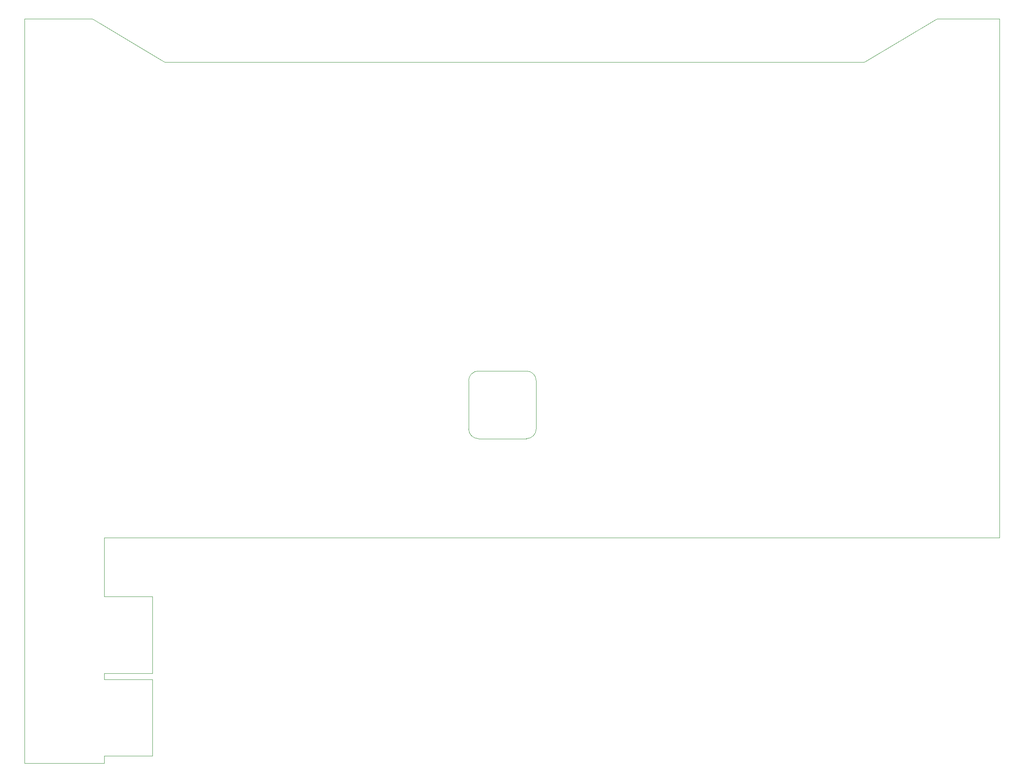
<source format=gbr>
%TF.GenerationSoftware,KiCad,Pcbnew,8.0.5-dirty*%
%TF.CreationDate,2024-10-04T17:55:26+02:00*%
%TF.ProjectId,bottom,626f7474-6f6d-42e6-9b69-6361645f7063,rev?*%
%TF.SameCoordinates,Original*%
%TF.FileFunction,Profile,NP*%
%FSLAX46Y46*%
G04 Gerber Fmt 4.6, Leading zero omitted, Abs format (unit mm)*
G04 Created by KiCad (PCBNEW 8.0.5-dirty) date 2024-10-04 17:55:26*
%MOMM*%
%LPD*%
G01*
G04 APERTURE LIST*
%TA.AperFunction,Profile*%
%ADD10C,0.100000*%
%TD*%
G04 APERTURE END LIST*
D10*
X73000000Y-22000000D02*
X218000000Y-22000000D01*
X246000000Y-13000000D02*
X233000000Y-13000000D01*
X233000000Y-13000000D02*
X218000000Y-22000000D01*
X58000000Y-13000000D02*
X73000000Y-22000000D01*
X44000000Y-13000000D02*
X58000000Y-13000000D01*
X60500000Y-120495000D02*
X68000000Y-120500000D01*
X246000000Y-120500000D02*
X246000000Y-13000000D01*
X60500000Y-148600000D02*
X60500000Y-149900000D01*
X70500000Y-165750000D02*
X60500000Y-165750000D01*
X68000000Y-120500000D02*
X246000000Y-120500000D01*
X138000000Y-100000000D02*
G75*
G02*
X136000000Y-98000000I0J2000000D01*
G01*
X44000000Y-167250000D02*
X44000000Y-120500000D01*
X148000000Y-86000000D02*
G75*
G02*
X150000000Y-88000000I0J-2000000D01*
G01*
X70500000Y-149900000D02*
X70500000Y-165750000D01*
X70500000Y-148600000D02*
X60500000Y-148600000D01*
X138000000Y-100000000D02*
X148000000Y-100000000D01*
X60500000Y-132745000D02*
X60500000Y-120495000D01*
X150000000Y-98000000D02*
G75*
G02*
X148000000Y-100000000I-2000000J0D01*
G01*
X60500000Y-149900000D02*
X70500000Y-149900000D01*
X44000000Y-120500000D02*
X44000000Y-13000000D01*
X60500000Y-167250000D02*
X44000000Y-167250000D01*
X60500000Y-165750000D02*
X60500000Y-167250000D01*
X136000000Y-98000000D02*
X136000000Y-88000000D01*
X150000000Y-98000000D02*
X150000000Y-88000000D01*
X136000000Y-88000000D02*
G75*
G02*
X138000000Y-86000000I2000000J0D01*
G01*
X70500000Y-132750000D02*
X70500000Y-148600000D01*
X138000000Y-86000000D02*
X148000000Y-86000000D01*
X60500000Y-132745000D02*
X70500000Y-132750000D01*
M02*

</source>
